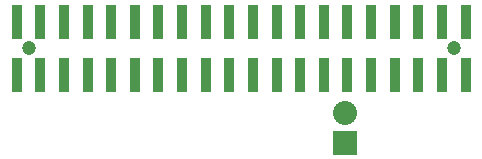
<source format=gbs>
G04 #@! TF.FileFunction,Soldermask,Bot*
%FSLAX46Y46*%
G04 Gerber Fmt 4.6, Leading zero omitted, Abs format (unit mm)*
G04 Created by KiCad (PCBNEW (2015-08-18 BZR 6103)-product) date Wednesday, 26 August 2015 13:48:05*
%MOMM*%
G01*
G04 APERTURE LIST*
%ADD10C,0.150000*%
%ADD11C,1.200000*%
%ADD12R,0.890000X3.000000*%
%ADD13R,2.032000X2.032000*%
%ADD14O,2.032000X2.032000*%
G04 APERTURE END LIST*
D10*
D11*
X138500000Y-104000000D03*
D12*
X133500000Y-106250000D03*
X133500000Y-101750000D03*
X135500000Y-101750000D03*
X135500000Y-106250000D03*
X139500000Y-106250000D03*
X139500000Y-101750000D03*
X137500000Y-101750000D03*
X137500000Y-106250000D03*
X117500000Y-106250000D03*
X117500000Y-101750000D03*
X119500000Y-101750000D03*
X119500000Y-106250000D03*
X123500000Y-106250000D03*
X123500000Y-101750000D03*
X121500000Y-101750000D03*
X121500000Y-106250000D03*
X129500000Y-106250000D03*
X129500000Y-101750000D03*
X131500000Y-101750000D03*
X131500000Y-106250000D03*
X127500000Y-106250000D03*
X127500000Y-101750000D03*
X125500000Y-101750000D03*
X125500000Y-106250000D03*
X109500000Y-106250000D03*
X109500000Y-101750000D03*
X111500000Y-101750000D03*
X111500000Y-106250000D03*
X115500000Y-106250000D03*
X115500000Y-101750000D03*
X113500000Y-101750000D03*
X113500000Y-106250000D03*
X105500000Y-106250000D03*
X105500000Y-101750000D03*
X107500000Y-101750000D03*
X107500000Y-106250000D03*
X103500000Y-106250000D03*
X103500000Y-101750000D03*
X101500000Y-101750000D03*
X101500000Y-106250000D03*
D11*
X102500000Y-104000000D03*
D13*
X129250000Y-112050000D03*
D14*
X129250000Y-109510000D03*
M02*

</source>
